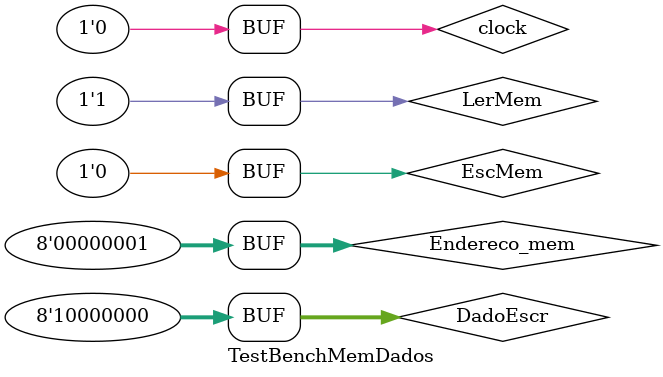
<source format=v>
module TestBenchMemDados;
reg [7:0]Endereco_mem; // Le o Endereço
reg [7:0]DadoEscr; // Le o dado que vai ser escrito na memoria
reg EscMem, LerMem, clock;
wire [7:0] DadoLido;
initial begin
clock=1; Endereco_mem=8'b00000000; DadoEscr=8'b11111111; EscMem=1; LerMem=0;
#1 clock=0; Endereco_mem=8'b00000000; DadoEscr=8'b10101010; EscMem=0; LerMem=1;
#1 clock=1; Endereco_mem=8'b00000000; DadoEscr=8'b10101010; EscMem=1; LerMem=0;
#1 clock=0; Endereco_mem=8'b00000000; DadoEscr=8'b10000000; EscMem=1; LerMem=1;
#1 clock=1;
#1 clock=0;
#1 clock=1; EscMem=0;
#1 clock=0; Endereco_mem=8'b00000001; DadoEscr=8'b10000000; EscMem=0; LerMem=1;
end
initial begin
$monitor("Time=%0d Clock=%b Memoria_dados[%b]=%b DadoEscr=%b EscMem=%b LerMem=%b", 
$time, clock, Endereco_mem, DadoLido, DadoEscr, EscMem, LerMem);
end
Memoria_de_Dados Memoria_de_Dados1(
.Endereco_mem (Endereco_mem),
.DadoEscr(DadoEscr), 
.DadoLido(DadoLido), 
.EscMem(EscMem), 
.LerMem(LerMem), 
.clock(clock)
);
endmodule

</source>
